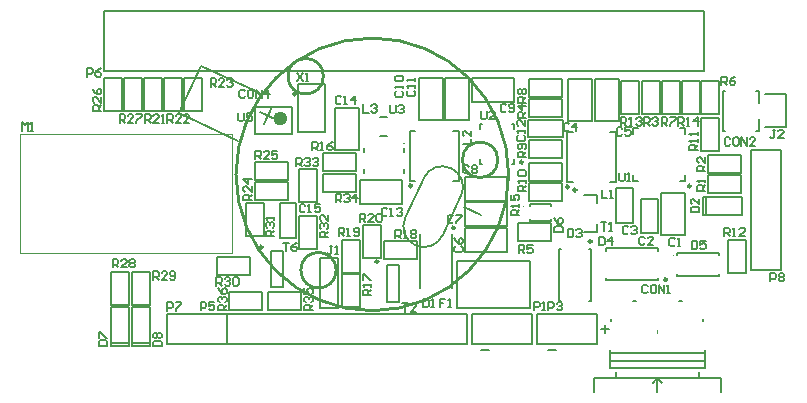
<source format=gto>
G04 Layer_Color=65535*
%FSAX25Y25*%
%MOIN*%
G70*
G01*
G75*
%ADD45C,0.00800*%
%ADD46C,0.02362*%
%ADD49C,0.01000*%
%ADD63C,0.00984*%
%ADD64C,0.00394*%
%ADD65C,0.00500*%
%ADD66C,0.00787*%
%ADD67C,0.00315*%
%ADD68C,0.00591*%
%ADD69C,0.00781*%
D45*
X0168147Y0204748D02*
X0187772Y0195597D01*
X0160726Y0188834D02*
X0168147Y0204748D01*
X0160726Y0188834D02*
X0180351Y0179683D01*
D46*
X0195590Y0187138D02*
G03*
X0195590Y0187138I-0001181J0000000D01*
G01*
D49*
X0208794Y0201232D02*
G03*
X0208794Y0201232I-0005906J0000000D01*
G01*
X0266932Y0173362D02*
G03*
X0266932Y0173362I-0005906J0000000D01*
G01*
X0213071Y0136576D02*
G03*
X0213071Y0136576I-0005906J0000000D01*
G01*
X0270541Y0168506D02*
G03*
X0270541Y0168506I-0045446J0000000D01*
G01*
D63*
X0188504Y0144224D02*
G03*
X0188504Y0144224I-0000492J0000000D01*
G01*
X0227087Y0139500D02*
G03*
X0227087Y0139500I-0000492J0000000D01*
G01*
X0252527Y0150721D02*
G03*
X0252527Y0150721I-0000440J0000000D01*
G01*
X0199724Y0195405D02*
G03*
X0199724Y0195405I-0000492J0000000D01*
G01*
X0238280Y0164736D02*
G03*
X0238280Y0164736I-0000492J0000000D01*
G01*
X0275315Y0172571D02*
G03*
X0275315Y0172571I-0000492J0000000D01*
G01*
X0298248Y0146193D02*
G03*
X0298248Y0146193I-0000492J0000000D01*
G01*
X0323248Y0133398D02*
G03*
X0323248Y0133398I-0000492J0000000D01*
G01*
X0331319Y0164598D02*
G03*
X0331319Y0164598I-0000492J0000000D01*
G01*
X0290642Y0164342D02*
G03*
X0290642Y0164342I-0000492J0000000D01*
G01*
X0293130Y0163319D02*
G03*
X0293130Y0163319I-0000492J0000000D01*
G01*
D64*
X0235748Y0178870D02*
G03*
X0235748Y0178870I-0000197J0000000D01*
G01*
X0275512Y0157905D02*
G03*
X0275512Y0157905I-0000197J0000000D01*
G01*
X0325512Y0141567D02*
G03*
X0325512Y0141567I-0000197J0000000D01*
G01*
X0107598Y0142453D02*
Y0162138D01*
Y0181823D01*
X0178464D01*
Y0142453D02*
Y0181823D01*
X0107598Y0142453D02*
X0178464D01*
D65*
X0254703Y0161433D02*
G03*
X0242214Y0167256I-0006244J0002912D01*
G01*
X0236058Y0154054D02*
G03*
X0248547Y0148230I0006244J-0002912D01*
G01*
X0236058Y0154054D02*
X0242589Y0168059D01*
X0248547Y0148230D02*
X0255036Y0162146D01*
D66*
X0191457Y0143043D02*
X0195394D01*
X0191457Y0130839D02*
X0195394D01*
X0191457D02*
Y0143043D01*
X0195394Y0130839D02*
Y0143043D01*
X0188295Y0123311D02*
Y0129311D01*
X0177295Y0123311D02*
X0188295D01*
X0177295D02*
Y0129311D01*
X0188295D01*
X0190484Y0123311D02*
Y0129311D01*
X0201484D01*
Y0123311D02*
Y0129311D01*
X0190484Y0123311D02*
X0201484D01*
X0199718Y0147333D02*
Y0158833D01*
X0194219Y0147333D02*
X0199718D01*
X0194219D02*
Y0158833D01*
X0199718D01*
X0135599Y0203095D02*
X0335598D01*
X0135599Y0223095D02*
X0335598D01*
X0135599Y0203095D02*
Y0223095D01*
X0335598Y0203095D02*
Y0223095D01*
X0162472Y0189709D02*
X0168473D01*
X0162472D02*
Y0200709D01*
X0168473D01*
Y0189709D02*
Y0200709D01*
X0155780Y0189709D02*
X0161779D01*
X0155780D02*
Y0200709D01*
X0161779D01*
Y0189709D02*
Y0200709D01*
X0149087Y0189709D02*
X0155087D01*
X0149087D02*
Y0200709D01*
X0155087D01*
Y0189709D02*
Y0200709D01*
X0142394D02*
X0148394D01*
Y0189709D02*
Y0200709D01*
X0142394Y0189709D02*
X0148394D01*
X0142394D02*
Y0200709D01*
X0135701D02*
X0141701D01*
Y0189709D02*
Y0200709D01*
X0135701Y0189709D02*
X0141701D01*
X0135701D02*
Y0200709D01*
X0200661Y0154646D02*
X0206661D01*
Y0143646D02*
Y0154646D01*
X0200661Y0143646D02*
X0206661D01*
X0200661D02*
Y0154646D01*
Y0170394D02*
X0206661D01*
Y0159394D02*
Y0170394D01*
X0200661Y0159394D02*
X0206661D01*
X0200661D02*
Y0170394D01*
X0156678Y0121862D02*
X0176678D01*
X0156678Y0111862D02*
Y0121862D01*
Y0111862D02*
X0176678D01*
Y0121862D01*
X0143866Y0111240D02*
Y0124240D01*
X0137866D02*
X0143866D01*
X0137866Y0111240D02*
Y0124240D01*
Y0112240D02*
X0143866D01*
X0137866Y0111240D02*
X0143866D01*
X0151150D02*
Y0124240D01*
X0145150Y0124240D02*
X0151150Y0124240D01*
X0145150Y0124240D02*
X0145150Y0111240D01*
X0145150Y0112240D02*
X0151150D01*
X0145150Y0111240D02*
X0151150D01*
X0137876Y0136059D02*
X0143876D01*
Y0125059D02*
Y0136059D01*
X0137876Y0125059D02*
X0143876D01*
X0137876D02*
X0137876Y0136059D01*
X0145159D02*
X0151159D01*
Y0125059D02*
Y0136059D01*
X0145159Y0125059D02*
X0151159D01*
X0145159D02*
Y0136059D01*
X0176693Y0111862D02*
Y0121862D01*
X0256693D01*
Y0111862D02*
Y0121862D01*
X0176693Y0111862D02*
X0256693D01*
X0288295Y0187484D02*
Y0193484D01*
X0277295Y0187484D02*
X0288295D01*
X0277295D02*
Y0193484D01*
X0288295D01*
Y0194177D02*
Y0200177D01*
X0277295Y0194177D02*
X0288295D01*
X0277295D02*
Y0200177D01*
X0288295D01*
X0277045Y0181041D02*
Y0186541D01*
Y0181041D02*
X0288545D01*
Y0186541D01*
X0277045D02*
X0288545D01*
X0253268Y0139697D02*
X0277677D01*
X0253268Y0123949D02*
Y0139697D01*
Y0123949D02*
X0277677D01*
Y0139697D01*
X0221921Y0140496D02*
X0227921D01*
X0221921D02*
Y0151496D01*
X0227921D01*
Y0140496D02*
Y0151496D01*
X0228870Y0140240D02*
Y0146240D01*
X0239870D01*
Y0140240D02*
Y0146240D01*
X0228870Y0140240D02*
X0239870D01*
X0214835Y0135158D02*
X0220835D01*
Y0124158D02*
Y0135158D01*
X0214835Y0124158D02*
X0220835D01*
X0214835D02*
Y0135158D01*
X0233976Y0126114D02*
Y0138319D01*
X0230039Y0126114D02*
Y0138319D01*
Y0126114D02*
X0233976D01*
X0230039Y0138319D02*
X0233976D01*
X0219791Y0162681D02*
Y0168681D01*
X0208791Y0162681D02*
X0219791D01*
X0208791D02*
Y0168681D01*
X0219791Y0168681D01*
X0214835Y0146772D02*
X0220835D01*
Y0135772D02*
Y0146772D01*
X0214835Y0135772D02*
X0220835D01*
X0214835D02*
Y0146772D01*
X0251693Y0130642D02*
Y0148752D01*
X0241063Y0130642D02*
Y0148752D01*
X0221071Y0158531D02*
Y0166532D01*
X0235071D01*
Y0158531D02*
Y0166532D01*
X0221071Y0158531D02*
X0235071D01*
X0227677Y0187689D02*
X0230039D01*
X0227677Y0181468D02*
X0230039D01*
X0235551Y0175898D02*
X0235551Y0177295D01*
X0235551Y0169027D02*
X0235551Y0170425D01*
X0222165Y0175898D02*
Y0177295D01*
Y0169028D02*
Y0170425D01*
X0207748Y0140669D02*
X0213748D01*
X0213748Y0124169D01*
X0207748Y0129669D02*
Y0140669D01*
Y0123949D02*
X0213748D01*
X0207748D02*
Y0129669D01*
X0213748Y0123949D02*
Y0125130D01*
X0318524Y0099047D02*
X0320098Y0100622D01*
X0321673Y0099047D01*
X0320098Y0095898D02*
Y0100622D01*
X0306319D02*
Y0102591D01*
X0333878Y0100622D02*
Y0102591D01*
X0311831Y0126409D02*
X0313012D01*
X0335453Y0119520D02*
Y0120307D01*
X0304350Y0106331D02*
X0335846D01*
X0304350Y0109087D02*
X0335846D01*
Y0103969D02*
Y0110071D01*
X0304350Y0103969D02*
Y0110071D01*
Y0103969D02*
X0335846D01*
X0304744Y0119520D02*
Y0120307D01*
X0327185Y0126409D02*
X0328366D01*
X0298839Y0095898D02*
Y0100622D01*
X0341358D01*
Y0095898D02*
Y0100622D01*
X0185957Y0166618D02*
Y0172618D01*
X0196957D01*
Y0166618D02*
Y0172618D01*
X0185957Y0166618D02*
X0196957D01*
X0185957Y0165925D02*
X0185957Y0159925D01*
X0185957Y0165925D02*
X0196957D01*
Y0159925D02*
Y0165925D01*
X0185957Y0159925D02*
X0196957Y0159925D01*
X0209173Y0182484D02*
X0209173Y0198484D01*
X0200342D02*
X0209173D01*
X0200342Y0182484D02*
Y0198484D01*
Y0182484D02*
X0209173Y0182484D01*
X0186142Y0182020D02*
X0186142Y0191075D01*
X0198346Y0182020D02*
X0198346Y0191075D01*
X0186142Y0182020D02*
X0198346D01*
X0186142Y0191075D02*
X0198346D01*
X0208791Y0169768D02*
Y0175768D01*
X0219791D01*
Y0169768D02*
Y0175768D01*
X0208791Y0169768D02*
X0219791Y0169768D01*
X0212653Y0176791D02*
X0220654D01*
X0212653D02*
X0212654Y0190791D01*
X0220654Y0190791D01*
Y0176791D02*
Y0190791D01*
X0258347Y0111862D02*
Y0121862D01*
X0278346D01*
Y0111862D02*
Y0121862D01*
X0258347Y0111862D02*
X0278346D01*
X0300157D02*
Y0121862D01*
X0280157Y0111862D02*
X0300157D01*
X0280157D02*
Y0121862D01*
X0300157D01*
X0273752Y0146146D02*
Y0152146D01*
X0284752D01*
Y0146146D02*
Y0152146D01*
X0273752Y0146146D02*
X0284752D01*
X0270110Y0142783D02*
Y0150784D01*
X0256110Y0142783D02*
X0270110D01*
X0256110D02*
Y0150784D01*
X0270110D01*
Y0151445D02*
Y0159445D01*
X0256110Y0151445D02*
X0270110D01*
X0256110D02*
Y0159445D01*
X0270110D01*
X0270110Y0159713D02*
Y0167713D01*
X0256110Y0159713D02*
X0270110D01*
X0256110D02*
Y0167713D01*
X0270110D01*
X0237520Y0166469D02*
Y0183004D01*
X0254055Y0166469D02*
Y0183004D01*
X0237520Y0166469D02*
X0239488D01*
X0237520Y0183004D02*
X0239488D01*
X0252087Y0166469D02*
X0254055D01*
X0252087Y0183004D02*
X0254055D01*
X0271575Y0185366D02*
X0272264D01*
Y0183693D02*
Y0185366D01*
X0260846D02*
X0261535D01*
X0260846Y0183693D02*
Y0185366D01*
Y0171980D02*
Y0173653D01*
Y0171980D02*
X0261535D01*
X0271575D02*
X0272264D01*
Y0173653D01*
X0288295Y0174098D02*
Y0180098D01*
X0277295Y0174098D02*
X0288295D01*
X0277295D02*
Y0180098D01*
X0288295D01*
Y0166224D02*
Y0172224D01*
X0277295Y0166224D02*
X0288295D01*
X0277295D02*
Y0172224D01*
X0288295D01*
X0284764Y0153083D02*
Y0153772D01*
X0277677Y0153083D02*
Y0153772D01*
X0284764Y0157905D02*
Y0158595D01*
X0277677Y0157905D02*
Y0158595D01*
Y0153083D02*
X0284764D01*
X0277677Y0158595D02*
X0284764D01*
X0297953Y0126311D02*
Y0143634D01*
X0287323Y0126311D02*
Y0143634D01*
X0297165Y0143634D02*
X0297953Y0143634D01*
X0297165Y0126311D02*
X0297953Y0126311D01*
X0287323Y0143634D02*
X0288110Y0143634D01*
X0287323Y0126311D02*
X0288110Y0126311D01*
X0302874Y0133201D02*
X0320197D01*
X0302874Y0143831D02*
X0320197D01*
Y0133201D02*
Y0133988D01*
X0302874Y0133201D02*
Y0133988D01*
X0320197Y0143043D02*
Y0143831D01*
X0302874Y0143043D02*
Y0143831D01*
X0343575Y0146772D02*
X0349575D01*
Y0135772D02*
Y0146772D01*
X0343575Y0135772D02*
X0349575D01*
X0343575D02*
Y0146772D01*
X0340669Y0141665D02*
Y0142453D01*
X0326496D02*
X0340669D01*
X0326496Y0141665D02*
Y0142453D01*
Y0134579D02*
Y0135366D01*
Y0134579D02*
X0340669D01*
Y0135366D01*
X0306423Y0152451D02*
X0311923D01*
Y0163951D01*
X0306423D02*
X0311923D01*
X0306423Y0152451D02*
Y0163951D01*
X0314691Y0148907D02*
X0320191D01*
Y0160407D01*
X0314691D02*
X0320191D01*
X0314691Y0148907D02*
Y0160407D01*
X0321315Y0162445D02*
X0329315D01*
Y0148445D02*
Y0162445D01*
X0321315Y0148445D02*
X0329315D01*
X0321315D02*
Y0162445D01*
X0335244Y0154807D02*
X0348244D01*
Y0160807D01*
X0335244D02*
X0348244D01*
X0336244Y0154807D02*
Y0160807D01*
X0335244Y0154807D02*
Y0160807D01*
X0337138Y0162287D02*
Y0168287D01*
X0348138D01*
Y0162287D02*
Y0168287D01*
X0337138Y0162287D02*
X0348138D01*
Y0168980D02*
Y0174980D01*
X0337138Y0168980D02*
X0348138D01*
X0337138D02*
Y0174980D01*
X0348138D01*
X0334520Y0176323D02*
X0340520D01*
X0334520D02*
Y0187323D01*
X0340520D01*
Y0176323D02*
Y0187323D01*
X0327579Y0183890D02*
X0329350D01*
Y0182118D02*
Y0183890D01*
X0311831D02*
X0313602D01*
X0311831Y0182118D02*
Y0183890D01*
Y0166370D02*
Y0168142D01*
Y0166370D02*
X0313602D01*
X0327579D02*
X0329350D01*
Y0168142D01*
X0351417Y0176508D02*
X0361417D01*
Y0136508D02*
Y0176508D01*
X0351417Y0136508D02*
Y0176508D01*
Y0136508D02*
X0361417D01*
X0363110Y0184185D02*
Y0195209D01*
X0356024Y0195209D02*
X0363110Y0195209D01*
X0356024Y0184185D02*
X0363110D01*
X0354055Y0192453D02*
Y0196390D01*
X0352874Y0196390D02*
X0354055Y0196390D01*
X0352874Y0183004D02*
X0354055D01*
Y0186941D01*
X0341850Y0196390D02*
X0342638D01*
X0341850Y0183004D02*
Y0196390D01*
Y0183004D02*
X0342638D01*
X0334520Y0188528D02*
X0340520D01*
X0334520D02*
Y0199528D01*
X0340520D01*
Y0188528D02*
Y0199528D01*
X0240606Y0186634D02*
X0248606D01*
X0240606D02*
Y0200634D01*
X0248606D01*
Y0186634D02*
Y0200634D01*
X0249268Y0186634D02*
X0257268D01*
X0249268D02*
Y0200634D01*
X0257268D01*
Y0186634D02*
Y0200634D01*
X0272472Y0192783D02*
Y0200783D01*
X0258472Y0192783D02*
X0272472D01*
X0258472D02*
Y0200783D01*
X0272472D01*
X0277295Y0159531D02*
Y0165532D01*
X0288295D01*
Y0159531D02*
Y0165532D01*
X0277295Y0159531D02*
X0288295D01*
X0290213Y0186240D02*
X0298213D01*
X0290213D02*
Y0200240D01*
X0298213D01*
Y0186240D02*
Y0200240D01*
X0299268Y0186240D02*
X0307268D01*
X0299268D02*
Y0200240D01*
X0307268D01*
Y0186240D02*
Y0200240D01*
X0289882Y0166075D02*
Y0182610D01*
X0306417Y0166075D02*
Y0182610D01*
X0289882Y0166075D02*
X0291850D01*
X0289882Y0182610D02*
X0291850D01*
X0304449Y0166075D02*
X0306417D01*
X0304449Y0182610D02*
X0306417D01*
X0295591Y0161547D02*
X0299921D01*
Y0158988D02*
Y0161547D01*
X0295591Y0149343D02*
X0299921D01*
Y0151902D01*
X0308142Y0188528D02*
X0314142D01*
X0308142D02*
Y0199528D01*
X0314142D01*
Y0188528D02*
Y0199528D01*
X0314835Y0188528D02*
X0320835D01*
X0314835D02*
Y0199528D01*
X0320835D01*
Y0188528D02*
Y0199528D01*
X0321528D02*
X0327528D01*
Y0188528D02*
Y0199528D01*
X0321528Y0188528D02*
X0327528D01*
X0321528D02*
Y0199528D01*
X0328221Y0188528D02*
X0334221D01*
X0328221D02*
Y0199528D01*
X0334221D01*
Y0188528D02*
Y0199528D01*
X0184358Y0135122D02*
Y0141122D01*
X0173358Y0135122D02*
X0184358D01*
X0173358D02*
Y0141122D01*
X0184358D01*
X0182878Y0147925D02*
X0188878D01*
X0182878D02*
Y0158925D01*
X0188878D01*
Y0147925D02*
Y0158925D01*
X0286378Y0109957D02*
X0283754D01*
X0303878Y0116957D02*
X0301254D01*
X0302566Y0115645D02*
Y0118269D01*
X0263878Y0109894D02*
X0261254D01*
D67*
X0320098Y0115779D02*
Y0116567D01*
D68*
X0195394Y0145798D02*
X0197230D01*
X0196312D01*
Y0143043D01*
X0199985Y0145798D02*
X0199067Y0145339D01*
X0198149Y0144421D01*
Y0143502D01*
X0198608Y0143043D01*
X0199526D01*
X0199985Y0143502D01*
Y0143962D01*
X0199526Y0144421D01*
X0198149D01*
X0176496Y0123161D02*
X0173741D01*
Y0124539D01*
X0174200Y0124998D01*
X0175119D01*
X0175578Y0124539D01*
Y0123161D01*
Y0124080D02*
X0176496Y0124998D01*
X0174200Y0125916D02*
X0173741Y0126376D01*
Y0127294D01*
X0174200Y0127753D01*
X0174659D01*
X0175119Y0127294D01*
Y0126835D01*
Y0127294D01*
X0175578Y0127753D01*
X0176037D01*
X0176496Y0127294D01*
Y0126376D01*
X0176037Y0125916D01*
X0173741Y0130508D02*
X0174200Y0129590D01*
X0175119Y0128672D01*
X0176037D01*
X0176496Y0129131D01*
Y0130049D01*
X0176037Y0130508D01*
X0175578D01*
X0175119Y0130049D01*
Y0128672D01*
X0205236Y0123161D02*
X0202481D01*
Y0124539D01*
X0202940Y0124998D01*
X0203859D01*
X0204318Y0124539D01*
Y0123161D01*
Y0124080D02*
X0205236Y0124998D01*
X0202940Y0125916D02*
X0202481Y0126376D01*
Y0127294D01*
X0202940Y0127753D01*
X0203399D01*
X0203859Y0127294D01*
Y0126835D01*
Y0127294D01*
X0204318Y0127753D01*
X0204777D01*
X0205236Y0127294D01*
Y0126376D01*
X0204777Y0125916D01*
X0202481Y0130508D02*
Y0128672D01*
X0203859D01*
X0203399Y0129590D01*
Y0130049D01*
X0203859Y0130508D01*
X0204777D01*
X0205236Y0130049D01*
Y0129131D01*
X0204777Y0128672D01*
X0192378Y0147925D02*
X0189623D01*
Y0149303D01*
X0190082Y0149762D01*
X0191000D01*
X0191460Y0149303D01*
Y0147925D01*
Y0148844D02*
X0192378Y0149762D01*
X0190082Y0150680D02*
X0189623Y0151139D01*
Y0152058D01*
X0190082Y0152517D01*
X0190541D01*
X0191000Y0152058D01*
Y0151599D01*
Y0152058D01*
X0191460Y0152517D01*
X0191919D01*
X0192378Y0152058D01*
Y0151139D01*
X0191919Y0150680D01*
X0192378Y0153435D02*
Y0154354D01*
Y0153894D01*
X0189623D01*
X0190082Y0153435D01*
X0173150Y0131429D02*
Y0134184D01*
X0174527D01*
X0174986Y0133725D01*
Y0132807D01*
X0174527Y0132348D01*
X0173150D01*
X0174068D02*
X0174986Y0131429D01*
X0175905Y0133725D02*
X0176364Y0134184D01*
X0177282D01*
X0177741Y0133725D01*
Y0133266D01*
X0177282Y0132807D01*
X0176823D01*
X0177282D01*
X0177741Y0132348D01*
Y0131888D01*
X0177282Y0131429D01*
X0176364D01*
X0175905Y0131888D01*
X0178660Y0133725D02*
X0179119Y0134184D01*
X0180037D01*
X0180496Y0133725D01*
Y0131888D01*
X0180037Y0131429D01*
X0179119D01*
X0178660Y0131888D01*
Y0133725D01*
X0202742Y0158134D02*
X0202283Y0158594D01*
X0201365D01*
X0200905Y0158134D01*
Y0156298D01*
X0201365Y0155839D01*
X0202283D01*
X0202742Y0156298D01*
X0203660Y0155839D02*
X0204579D01*
X0204120D01*
Y0158594D01*
X0203660Y0158134D01*
X0207793Y0158594D02*
X0205956D01*
Y0157216D01*
X0206875Y0157675D01*
X0207334D01*
X0207793Y0157216D01*
Y0156298D01*
X0207334Y0155839D01*
X0206416D01*
X0205956Y0156298D01*
X0130039Y0201114D02*
Y0203869D01*
X0131417D01*
X0131876Y0203410D01*
Y0202492D01*
X0131417Y0202032D01*
X0130039D01*
X0134631Y0203869D02*
X0133713Y0203410D01*
X0132794Y0202492D01*
Y0201573D01*
X0133254Y0201114D01*
X0134172D01*
X0134631Y0201573D01*
Y0202032D01*
X0134172Y0202492D01*
X0132794D01*
X0108386Y0183102D02*
Y0185857D01*
X0109304Y0184939D01*
X0110222Y0185857D01*
Y0183102D01*
X0111141D02*
X0112059D01*
X0111600D01*
Y0185857D01*
X0111141Y0185398D01*
X0200118Y0202294D02*
X0201955Y0199539D01*
Y0202294D02*
X0200118Y0199539D01*
X0202873D02*
X0203791D01*
X0203332D01*
Y0202294D01*
X0202873Y0201835D01*
X0180433Y0188909D02*
Y0186613D01*
X0180892Y0186153D01*
X0181811D01*
X0182270Y0186613D01*
Y0188909D01*
X0185025D02*
X0183188D01*
Y0187531D01*
X0184106Y0187990D01*
X0184566D01*
X0185025Y0187531D01*
Y0186613D01*
X0184566Y0186153D01*
X0183647D01*
X0183188Y0186613D01*
X0231024Y0191665D02*
Y0189369D01*
X0231483Y0188909D01*
X0232401D01*
X0232860Y0189369D01*
Y0191665D01*
X0233779Y0191205D02*
X0234238Y0191665D01*
X0235156D01*
X0235615Y0191205D01*
Y0190746D01*
X0235156Y0190287D01*
X0234697D01*
X0235156D01*
X0235615Y0189828D01*
Y0189369D01*
X0235156Y0188909D01*
X0234238D01*
X0233779Y0189369D01*
X0261339Y0189696D02*
Y0187400D01*
X0261798Y0186941D01*
X0262716D01*
X0263175Y0187400D01*
Y0189696D01*
X0265930Y0186941D02*
X0264094D01*
X0265930Y0188778D01*
Y0189237D01*
X0265471Y0189696D01*
X0264553D01*
X0264094Y0189237D01*
X0307402Y0169027D02*
Y0166731D01*
X0307861Y0166272D01*
X0308779D01*
X0309238Y0166731D01*
Y0169027D01*
X0310157Y0166272D02*
X0311075D01*
X0310616D01*
Y0169027D01*
X0310157Y0168568D01*
X0235157Y0125523D02*
X0236994D01*
X0236076D01*
Y0122768D01*
X0239749D02*
X0237913D01*
X0239749Y0124604D01*
Y0125064D01*
X0239290Y0125523D01*
X0238372D01*
X0237913Y0125064D01*
X0301299Y0152491D02*
X0303136D01*
X0302218D01*
Y0149736D01*
X0304054D02*
X0304973D01*
X0304513D01*
Y0152491D01*
X0304054Y0152032D01*
X0212913Y0159185D02*
Y0161940D01*
X0214291D01*
X0214750Y0161481D01*
Y0160563D01*
X0214291Y0160103D01*
X0212913D01*
X0213832D02*
X0214750Y0159185D01*
X0215668Y0161481D02*
X0216128Y0161940D01*
X0217046D01*
X0217505Y0161481D01*
Y0161022D01*
X0217046Y0160563D01*
X0216587D01*
X0217046D01*
X0217505Y0160103D01*
Y0159644D01*
X0217046Y0159185D01*
X0216128D01*
X0215668Y0159644D01*
X0219801Y0159185D02*
Y0161940D01*
X0218423Y0160563D01*
X0220260D01*
X0199724Y0171193D02*
Y0173948D01*
X0201102D01*
X0201561Y0173489D01*
Y0172570D01*
X0201102Y0172111D01*
X0199724D01*
X0200643D02*
X0201561Y0171193D01*
X0202479Y0173489D02*
X0202939Y0173948D01*
X0203857D01*
X0204316Y0173489D01*
Y0173030D01*
X0203857Y0172570D01*
X0203398D01*
X0203857D01*
X0204316Y0172111D01*
Y0171652D01*
X0203857Y0171193D01*
X0202939D01*
X0202479Y0171652D01*
X0205235Y0173489D02*
X0205694Y0173948D01*
X0206612D01*
X0207071Y0173489D01*
Y0173030D01*
X0206612Y0172570D01*
X0206153D01*
X0206612D01*
X0207071Y0172111D01*
Y0171652D01*
X0206612Y0171193D01*
X0205694D01*
X0205235Y0171652D01*
X0210354Y0147571D02*
X0207599D01*
Y0148948D01*
X0208059Y0149407D01*
X0208977D01*
X0209436Y0148948D01*
Y0147571D01*
Y0148489D02*
X0210354Y0149407D01*
X0208059Y0150326D02*
X0207599Y0150785D01*
Y0151703D01*
X0208059Y0152163D01*
X0208518D01*
X0208977Y0151703D01*
Y0151244D01*
Y0151703D01*
X0209436Y0152163D01*
X0209895D01*
X0210354Y0151703D01*
Y0150785D01*
X0209895Y0150326D01*
X0210354Y0154918D02*
Y0153081D01*
X0208518Y0154918D01*
X0208059D01*
X0207599Y0154458D01*
Y0153540D01*
X0208059Y0153081D01*
X0152087Y0133398D02*
Y0136153D01*
X0153464D01*
X0153923Y0135694D01*
Y0134775D01*
X0153464Y0134316D01*
X0152087D01*
X0153005D02*
X0153923Y0133398D01*
X0156678D02*
X0154842D01*
X0156678Y0135234D01*
Y0135694D01*
X0156219Y0136153D01*
X0155301D01*
X0154842Y0135694D01*
X0157597Y0133857D02*
X0158056Y0133398D01*
X0158974D01*
X0159433Y0133857D01*
Y0135694D01*
X0158974Y0136153D01*
X0158056D01*
X0157597Y0135694D01*
Y0135234D01*
X0158056Y0134775D01*
X0159433D01*
X0138633Y0137491D02*
Y0140246D01*
X0140011D01*
X0140470Y0139786D01*
Y0138868D01*
X0140011Y0138409D01*
X0138633D01*
X0139551D02*
X0140470Y0137491D01*
X0143225D02*
X0141388D01*
X0143225Y0139327D01*
Y0139786D01*
X0142766Y0140246D01*
X0141847D01*
X0141388Y0139786D01*
X0144143D02*
X0144602Y0140246D01*
X0145521D01*
X0145980Y0139786D01*
Y0139327D01*
X0145521Y0138868D01*
X0145980Y0138409D01*
Y0137950D01*
X0145521Y0137491D01*
X0144602D01*
X0144143Y0137950D01*
Y0138409D01*
X0144602Y0138868D01*
X0144143Y0139327D01*
Y0139786D01*
X0144602Y0138868D02*
X0145521D01*
X0140866Y0185760D02*
Y0188515D01*
X0142244D01*
X0142703Y0188056D01*
Y0187137D01*
X0142244Y0186678D01*
X0140866D01*
X0141785D02*
X0142703Y0185760D01*
X0145458D02*
X0143621D01*
X0145458Y0187596D01*
Y0188056D01*
X0144999Y0188515D01*
X0144080D01*
X0143621Y0188056D01*
X0146376Y0188515D02*
X0148213D01*
Y0188056D01*
X0146376Y0186219D01*
Y0185760D01*
X0134764Y0189697D02*
X0132009D01*
Y0191074D01*
X0132468Y0191534D01*
X0133386D01*
X0133845Y0191074D01*
Y0189697D01*
Y0190615D02*
X0134764Y0191534D01*
Y0194289D02*
Y0192452D01*
X0132927Y0194289D01*
X0132468D01*
X0132009Y0193829D01*
Y0192911D01*
X0132468Y0192452D01*
X0132009Y0197044D02*
X0132468Y0196125D01*
X0133386Y0195207D01*
X0134305D01*
X0134764Y0195666D01*
Y0196584D01*
X0134305Y0197044D01*
X0133845D01*
X0133386Y0196584D01*
Y0195207D01*
X0186142Y0173555D02*
Y0176310D01*
X0187519D01*
X0187978Y0175851D01*
Y0174933D01*
X0187519Y0174474D01*
X0186142D01*
X0187060D02*
X0187978Y0173555D01*
X0190733D02*
X0188897D01*
X0190733Y0175392D01*
Y0175851D01*
X0190274Y0176310D01*
X0189356D01*
X0188897Y0175851D01*
X0193489Y0176310D02*
X0191652D01*
Y0174933D01*
X0192570Y0175392D01*
X0193029D01*
X0193489Y0174933D01*
Y0174014D01*
X0193029Y0173555D01*
X0192111D01*
X0191652Y0174014D01*
X0184878Y0159925D02*
X0182123D01*
Y0161303D01*
X0182582Y0161762D01*
X0183501D01*
X0183960Y0161303D01*
Y0159925D01*
Y0160844D02*
X0184878Y0161762D01*
Y0164517D02*
Y0162680D01*
X0183041Y0164517D01*
X0182582D01*
X0182123Y0164058D01*
Y0163139D01*
X0182582Y0162680D01*
X0184878Y0166813D02*
X0182123D01*
X0183501Y0165435D01*
Y0167272D01*
X0171181Y0197768D02*
Y0200523D01*
X0172559D01*
X0173018Y0200064D01*
Y0199145D01*
X0172559Y0198686D01*
X0171181D01*
X0172099D02*
X0173018Y0197768D01*
X0175773D02*
X0173936D01*
X0175773Y0199604D01*
Y0200064D01*
X0175314Y0200523D01*
X0174395D01*
X0173936Y0200064D01*
X0176691D02*
X0177150Y0200523D01*
X0178069D01*
X0178528Y0200064D01*
Y0199604D01*
X0178069Y0199145D01*
X0177610D01*
X0178069D01*
X0178528Y0198686D01*
Y0198227D01*
X0178069Y0197768D01*
X0177150D01*
X0176691Y0198227D01*
X0156811Y0185760D02*
Y0188515D01*
X0158188D01*
X0158648Y0188056D01*
Y0187137D01*
X0158188Y0186678D01*
X0156811D01*
X0157729D02*
X0158648Y0185760D01*
X0161403D02*
X0159566D01*
X0161403Y0187596D01*
Y0188056D01*
X0160944Y0188515D01*
X0160025D01*
X0159566Y0188056D01*
X0164158Y0185760D02*
X0162321D01*
X0164158Y0187596D01*
Y0188056D01*
X0163699Y0188515D01*
X0162780D01*
X0162321Y0188056D01*
X0149331Y0185760D02*
Y0188515D01*
X0150708D01*
X0151167Y0188056D01*
Y0187137D01*
X0150708Y0186678D01*
X0149331D01*
X0150249D02*
X0151167Y0185760D01*
X0153922D02*
X0152086D01*
X0153922Y0187596D01*
Y0188056D01*
X0153463Y0188515D01*
X0152545D01*
X0152086Y0188056D01*
X0154841Y0185760D02*
X0155759D01*
X0155300D01*
Y0188515D01*
X0154841Y0188056D01*
X0220984Y0152689D02*
Y0155444D01*
X0222362D01*
X0222821Y0154985D01*
Y0154067D01*
X0222362Y0153607D01*
X0220984D01*
X0221903D02*
X0222821Y0152689D01*
X0225576D02*
X0223739D01*
X0225576Y0154526D01*
Y0154985D01*
X0225117Y0155444D01*
X0224199D01*
X0223739Y0154985D01*
X0226494D02*
X0226954Y0155444D01*
X0227872D01*
X0228331Y0154985D01*
Y0153148D01*
X0227872Y0152689D01*
X0226954D01*
X0226494Y0153148D01*
Y0154985D01*
X0213898Y0147965D02*
Y0150720D01*
X0215275D01*
X0215734Y0150260D01*
Y0149342D01*
X0215275Y0148883D01*
X0213898D01*
X0214816D02*
X0215734Y0147965D01*
X0216653D02*
X0217571D01*
X0217112D01*
Y0150720D01*
X0216653Y0150260D01*
X0218949Y0148424D02*
X0219408Y0147965D01*
X0220326D01*
X0220785Y0148424D01*
Y0150260D01*
X0220326Y0150720D01*
X0219408D01*
X0218949Y0150260D01*
Y0149801D01*
X0219408Y0149342D01*
X0220785D01*
X0232795Y0147177D02*
Y0149932D01*
X0234173D01*
X0234632Y0149473D01*
Y0148555D01*
X0234173Y0148096D01*
X0232795D01*
X0233714D02*
X0234632Y0147177D01*
X0235550D02*
X0236469D01*
X0236010D01*
Y0149932D01*
X0235550Y0149473D01*
X0237846D02*
X0238305Y0149932D01*
X0239224D01*
X0239683Y0149473D01*
Y0149014D01*
X0239224Y0148555D01*
X0239683Y0148096D01*
Y0147636D01*
X0239224Y0147177D01*
X0238305D01*
X0237846Y0147636D01*
Y0148096D01*
X0238305Y0148555D01*
X0237846Y0149014D01*
Y0149473D01*
X0238305Y0148555D02*
X0239224D01*
X0224724Y0128279D02*
X0221969D01*
Y0129657D01*
X0222429Y0130116D01*
X0223347D01*
X0223806Y0129657D01*
Y0128279D01*
Y0129198D02*
X0224724Y0130116D01*
Y0131035D02*
Y0131953D01*
Y0131494D01*
X0221969D01*
X0222429Y0131035D01*
X0221969Y0133330D02*
Y0135167D01*
X0222429D01*
X0224265Y0133330D01*
X0224724D01*
X0205039Y0176508D02*
Y0179263D01*
X0206417D01*
X0206876Y0178804D01*
Y0177885D01*
X0206417Y0177426D01*
X0205039D01*
X0205958D02*
X0206876Y0176508D01*
X0207794D02*
X0208713D01*
X0208254D01*
Y0179263D01*
X0207794Y0178804D01*
X0211927Y0179263D02*
X0211009Y0178804D01*
X0210090Y0177885D01*
Y0176967D01*
X0210549Y0176508D01*
X0211468D01*
X0211927Y0176967D01*
Y0177426D01*
X0211468Y0177885D01*
X0210090D01*
X0327087Y0184776D02*
Y0187531D01*
X0328464D01*
X0328923Y0187071D01*
Y0186153D01*
X0328464Y0185694D01*
X0327087D01*
X0328005D02*
X0328923Y0184776D01*
X0329842D02*
X0330760D01*
X0330301D01*
Y0187531D01*
X0329842Y0187071D01*
X0333515Y0184776D02*
Y0187531D01*
X0332137Y0186153D01*
X0333974D01*
X0307992Y0184776D02*
Y0187531D01*
X0309370D01*
X0309829Y0187071D01*
Y0186153D01*
X0309370Y0185694D01*
X0307992D01*
X0308910D02*
X0309829Y0184776D01*
X0310747D02*
X0311666D01*
X0311206D01*
Y0187531D01*
X0310747Y0187071D01*
X0313043D02*
X0313502Y0187531D01*
X0314421D01*
X0314880Y0187071D01*
Y0186612D01*
X0314421Y0186153D01*
X0313961D01*
X0314421D01*
X0314880Y0185694D01*
Y0185235D01*
X0314421Y0184776D01*
X0313502D01*
X0313043Y0185235D01*
X0342441Y0147965D02*
Y0150720D01*
X0343818D01*
X0344278Y0150260D01*
Y0149342D01*
X0343818Y0148883D01*
X0342441D01*
X0343359D02*
X0344278Y0147965D01*
X0345196D02*
X0346114D01*
X0345655D01*
Y0150720D01*
X0345196Y0150260D01*
X0349328Y0147965D02*
X0347492D01*
X0349328Y0149801D01*
Y0150260D01*
X0348869Y0150720D01*
X0347951D01*
X0347492Y0150260D01*
X0333583Y0176508D02*
X0330828D01*
Y0177885D01*
X0331287Y0178345D01*
X0332205D01*
X0332664Y0177885D01*
Y0176508D01*
Y0177426D02*
X0333583Y0178345D01*
Y0179263D02*
Y0180181D01*
Y0179722D01*
X0330828D01*
X0331287Y0179263D01*
X0333583Y0181559D02*
Y0182477D01*
Y0182018D01*
X0330828D01*
X0331287Y0181559D01*
X0276299Y0162925D02*
X0273544D01*
Y0164303D01*
X0274003Y0164762D01*
X0274922D01*
X0275381Y0164303D01*
Y0162925D01*
Y0163844D02*
X0276299Y0164762D01*
Y0165680D02*
Y0166599D01*
Y0166139D01*
X0273544D01*
X0274003Y0165680D01*
Y0167976D02*
X0273544Y0168435D01*
Y0169354D01*
X0274003Y0169813D01*
X0275840D01*
X0276299Y0169354D01*
Y0168435D01*
X0275840Y0167976D01*
X0274003D01*
X0276299Y0174146D02*
X0273544D01*
Y0175523D01*
X0274003Y0175982D01*
X0274922D01*
X0275381Y0175523D01*
Y0174146D01*
Y0175064D02*
X0276299Y0175982D01*
X0275840Y0176901D02*
X0276299Y0177360D01*
Y0178278D01*
X0275840Y0178737D01*
X0274003D01*
X0273544Y0178278D01*
Y0177360D01*
X0274003Y0176901D01*
X0274463D01*
X0274922Y0177360D01*
Y0178737D01*
X0276299Y0192453D02*
X0273544D01*
Y0193830D01*
X0274003Y0194289D01*
X0274922D01*
X0275381Y0193830D01*
Y0192453D01*
Y0193371D02*
X0276299Y0194289D01*
X0274003Y0195208D02*
X0273544Y0195667D01*
Y0196585D01*
X0274003Y0197045D01*
X0274463D01*
X0274922Y0196585D01*
X0275381Y0197045D01*
X0275840D01*
X0276299Y0196585D01*
Y0195667D01*
X0275840Y0195208D01*
X0275381D01*
X0274922Y0195667D01*
X0274463Y0195208D01*
X0274003D01*
X0274922Y0195667D02*
Y0196585D01*
X0321575Y0184776D02*
Y0187531D01*
X0322952D01*
X0323411Y0187071D01*
Y0186153D01*
X0322952Y0185694D01*
X0321575D01*
X0322493D02*
X0323411Y0184776D01*
X0324330Y0187531D02*
X0326167D01*
Y0187071D01*
X0324330Y0185235D01*
Y0184776D01*
X0341457Y0198358D02*
Y0201113D01*
X0342834D01*
X0343293Y0200654D01*
Y0199736D01*
X0342834Y0199277D01*
X0341457D01*
X0342375D02*
X0343293Y0198358D01*
X0346048Y0201113D02*
X0345130Y0200654D01*
X0344212Y0199736D01*
Y0198817D01*
X0344671Y0198358D01*
X0345589D01*
X0346048Y0198817D01*
Y0199277D01*
X0345589Y0199736D01*
X0344212D01*
X0273937Y0142256D02*
Y0145011D01*
X0275314D01*
X0275774Y0144552D01*
Y0143633D01*
X0275314Y0143174D01*
X0273937D01*
X0274855D02*
X0275774Y0142256D01*
X0278529Y0145011D02*
X0276692D01*
Y0143633D01*
X0277610Y0144093D01*
X0278069D01*
X0278529Y0143633D01*
Y0142715D01*
X0278069Y0142256D01*
X0277151D01*
X0276692Y0142715D01*
X0276299Y0187335D02*
X0273544D01*
Y0188712D01*
X0274003Y0189171D01*
X0274922D01*
X0275381Y0188712D01*
Y0187335D01*
Y0188253D02*
X0276299Y0189171D01*
Y0191467D02*
X0273544D01*
X0274922Y0190090D01*
Y0191926D01*
X0315669Y0184776D02*
Y0187531D01*
X0317047D01*
X0317506Y0187071D01*
Y0186153D01*
X0317047Y0185694D01*
X0315669D01*
X0316588D02*
X0317506Y0184776D01*
X0318424Y0187071D02*
X0318883Y0187531D01*
X0319802D01*
X0320261Y0187071D01*
Y0186612D01*
X0319802Y0186153D01*
X0319343D01*
X0319802D01*
X0320261Y0185694D01*
Y0185235D01*
X0319802Y0184776D01*
X0318883D01*
X0318424Y0185235D01*
X0336142Y0169618D02*
X0333387D01*
Y0170996D01*
X0333846Y0171455D01*
X0334764D01*
X0335223Y0170996D01*
Y0169618D01*
Y0170536D02*
X0336142Y0171455D01*
Y0174210D02*
Y0172373D01*
X0334305Y0174210D01*
X0333846D01*
X0333387Y0173751D01*
Y0172832D01*
X0333846Y0172373D01*
X0336142Y0163122D02*
X0333387D01*
Y0164500D01*
X0333846Y0164959D01*
X0334764D01*
X0335223Y0164500D01*
Y0163122D01*
Y0164040D02*
X0336142Y0164959D01*
Y0165877D02*
Y0166795D01*
Y0166336D01*
X0333387D01*
X0333846Y0165877D01*
X0357795Y0132807D02*
Y0135562D01*
X0359173D01*
X0359632Y0135103D01*
Y0134185D01*
X0359173Y0133725D01*
X0357795D01*
X0360550Y0135103D02*
X0361010Y0135562D01*
X0361928D01*
X0362387Y0135103D01*
Y0134644D01*
X0361928Y0134185D01*
X0362387Y0133725D01*
Y0133266D01*
X0361928Y0132807D01*
X0361010D01*
X0360550Y0133266D01*
Y0133725D01*
X0361010Y0134185D01*
X0360550Y0134644D01*
Y0135103D01*
X0361010Y0134185D02*
X0361928D01*
X0156757Y0123063D02*
Y0125818D01*
X0158134D01*
X0158593Y0125359D01*
Y0124441D01*
X0158134Y0123981D01*
X0156757D01*
X0159512Y0125818D02*
X0161348D01*
Y0125359D01*
X0159512Y0123522D01*
Y0123063D01*
X0167835Y0123161D02*
Y0125916D01*
X0169212D01*
X0169671Y0125457D01*
Y0124539D01*
X0169212Y0124080D01*
X0167835D01*
X0172426Y0125916D02*
X0170590D01*
Y0124539D01*
X0171508Y0124998D01*
X0171967D01*
X0172426Y0124539D01*
Y0123621D01*
X0171967Y0123161D01*
X0171049D01*
X0170590Y0123621D01*
X0283780Y0123161D02*
Y0125916D01*
X0285157D01*
X0285616Y0125457D01*
Y0124539D01*
X0285157Y0124080D01*
X0283780D01*
X0286535Y0125457D02*
X0286994Y0125916D01*
X0287912D01*
X0288371Y0125457D01*
Y0124998D01*
X0287912Y0124539D01*
X0287453D01*
X0287912D01*
X0288371Y0124080D01*
Y0123621D01*
X0287912Y0123161D01*
X0286994D01*
X0286535Y0123621D01*
X0279055Y0123358D02*
Y0126113D01*
X0280433D01*
X0280892Y0125654D01*
Y0124736D01*
X0280433Y0124277D01*
X0279055D01*
X0281810Y0123358D02*
X0282729D01*
X0282269D01*
Y0126113D01*
X0281810Y0125654D01*
X0255237Y0178476D02*
X0257992D01*
Y0180313D01*
Y0183068D02*
Y0181231D01*
X0256155Y0183068D01*
X0255696D01*
X0255237Y0182609D01*
Y0181691D01*
X0255696Y0181231D01*
X0301496Y0163318D02*
Y0160563D01*
X0303333D01*
X0304251D02*
X0305169D01*
X0304710D01*
Y0163318D01*
X0304251Y0162859D01*
X0359435Y0183397D02*
X0358517D01*
X0358976D01*
Y0181101D01*
X0358517Y0180642D01*
X0358058D01*
X0357598Y0181101D01*
X0362190Y0180642D02*
X0360353D01*
X0362190Y0182478D01*
Y0182938D01*
X0361731Y0183397D01*
X0360813D01*
X0360353Y0182938D01*
X0249494Y0126999D02*
X0247657D01*
Y0125622D01*
X0248576D01*
X0247657D01*
Y0124244D01*
X0250413D02*
X0251331D01*
X0250872D01*
Y0126999D01*
X0250413Y0126540D01*
X0152087Y0111153D02*
X0154842D01*
Y0112531D01*
X0154383Y0112990D01*
X0152547D01*
X0152087Y0112531D01*
Y0111153D01*
X0152547Y0113909D02*
X0152087Y0114368D01*
Y0115286D01*
X0152547Y0115745D01*
X0153006D01*
X0153465Y0115286D01*
X0153924Y0115745D01*
X0154383D01*
X0154842Y0115286D01*
Y0114368D01*
X0154383Y0113909D01*
X0153924D01*
X0153465Y0114368D01*
X0153006Y0113909D01*
X0152547D01*
X0153465Y0114368D02*
Y0115286D01*
X0133977Y0111350D02*
X0136732D01*
Y0112728D01*
X0136273Y0113187D01*
X0134436D01*
X0133977Y0112728D01*
Y0111350D01*
Y0114105D02*
Y0115942D01*
X0134436D01*
X0136273Y0114105D01*
X0136732D01*
X0285749Y0149343D02*
X0288504D01*
Y0150720D01*
X0288045Y0151179D01*
X0286208D01*
X0285749Y0150720D01*
Y0149343D01*
Y0153934D02*
X0286208Y0153016D01*
X0287126Y0152097D01*
X0288045D01*
X0288504Y0152557D01*
Y0153475D01*
X0288045Y0153934D01*
X0287586D01*
X0287126Y0153475D01*
Y0152097D01*
X0331614Y0146389D02*
Y0143634D01*
X0332992D01*
X0333451Y0144093D01*
Y0145930D01*
X0332992Y0146389D01*
X0331614D01*
X0336206D02*
X0334369D01*
Y0145011D01*
X0335287Y0145470D01*
X0335747D01*
X0336206Y0145011D01*
Y0144093D01*
X0335747Y0143634D01*
X0334828D01*
X0334369Y0144093D01*
X0300709Y0147570D02*
Y0144815D01*
X0302086D01*
X0302545Y0145274D01*
Y0147111D01*
X0302086Y0147570D01*
X0300709D01*
X0304841Y0144815D02*
Y0147570D01*
X0303464Y0146193D01*
X0305300D01*
X0290276Y0150326D02*
Y0147571D01*
X0291653D01*
X0292112Y0148030D01*
Y0149867D01*
X0291653Y0150326D01*
X0290276D01*
X0293031Y0149867D02*
X0293490Y0150326D01*
X0294408D01*
X0294867Y0149867D01*
Y0149407D01*
X0294408Y0148948D01*
X0293949D01*
X0294408D01*
X0294867Y0148489D01*
Y0148030D01*
X0294408Y0147571D01*
X0293490D01*
X0293031Y0148030D01*
X0331221Y0155839D02*
X0333976D01*
Y0157216D01*
X0333517Y0157675D01*
X0331680D01*
X0331221Y0157216D01*
Y0155839D01*
X0333976Y0160430D02*
Y0158594D01*
X0332140Y0160430D01*
X0331680D01*
X0331221Y0159971D01*
Y0159053D01*
X0331680Y0158594D01*
X0242047Y0126999D02*
Y0124244D01*
X0243425D01*
X0243884Y0124703D01*
Y0126540D01*
X0243425Y0126999D01*
X0242047D01*
X0244802Y0124244D02*
X0245721D01*
X0245261D01*
Y0126999D01*
X0244802Y0126540D01*
X0182664Y0196323D02*
X0182204Y0196783D01*
X0181286D01*
X0180827Y0196323D01*
Y0194487D01*
X0181286Y0194028D01*
X0182204D01*
X0182664Y0194487D01*
X0184959Y0196783D02*
X0184041D01*
X0183582Y0196323D01*
Y0194487D01*
X0184041Y0194028D01*
X0184959D01*
X0185418Y0194487D01*
Y0196323D01*
X0184959Y0196783D01*
X0186337Y0194028D02*
Y0196783D01*
X0188173Y0194028D01*
Y0196783D01*
X0190469Y0194028D02*
Y0196783D01*
X0189092Y0195405D01*
X0190928D01*
X0344475Y0180378D02*
X0344015Y0180838D01*
X0343097D01*
X0342638Y0180378D01*
Y0178542D01*
X0343097Y0178083D01*
X0344015D01*
X0344475Y0178542D01*
X0346770Y0180838D02*
X0345852D01*
X0345393Y0180378D01*
Y0178542D01*
X0345852Y0178083D01*
X0346770D01*
X0347230Y0178542D01*
Y0180378D01*
X0346770Y0180838D01*
X0348148Y0178083D02*
Y0180838D01*
X0349985Y0178083D01*
Y0180838D01*
X0352740Y0178083D02*
X0350903D01*
X0352740Y0179919D01*
Y0180378D01*
X0352280Y0180838D01*
X0351362D01*
X0350903Y0180378D01*
X0316915Y0131166D02*
X0316456Y0131625D01*
X0315538D01*
X0315079Y0131166D01*
Y0129329D01*
X0315538Y0128870D01*
X0316456D01*
X0316915Y0129329D01*
X0319211Y0131625D02*
X0318293D01*
X0317834Y0131166D01*
Y0129329D01*
X0318293Y0128870D01*
X0319211D01*
X0319670Y0129329D01*
Y0131166D01*
X0319211Y0131625D01*
X0320589Y0128870D02*
Y0131625D01*
X0322426Y0128870D01*
Y0131625D01*
X0323344Y0128870D02*
X0324262D01*
X0323803D01*
Y0131625D01*
X0323344Y0131166D01*
X0214750Y0194158D02*
X0214291Y0194617D01*
X0213373D01*
X0212913Y0194158D01*
Y0192321D01*
X0213373Y0191862D01*
X0214291D01*
X0214750Y0192321D01*
X0215668Y0191862D02*
X0216587D01*
X0216128D01*
Y0194617D01*
X0215668Y0194158D01*
X0219342Y0191862D02*
Y0194617D01*
X0217964Y0193240D01*
X0219801D01*
X0230104Y0156953D02*
X0229645Y0157413D01*
X0228727D01*
X0228268Y0156953D01*
Y0155117D01*
X0228727Y0154657D01*
X0229645D01*
X0230104Y0155117D01*
X0231023Y0154657D02*
X0231941D01*
X0231482D01*
Y0157413D01*
X0231023Y0156953D01*
X0233319D02*
X0233778Y0157413D01*
X0234696D01*
X0235155Y0156953D01*
Y0156494D01*
X0234696Y0156035D01*
X0234237D01*
X0234696D01*
X0235155Y0155576D01*
Y0155117D01*
X0234696Y0154657D01*
X0233778D01*
X0233319Y0155117D01*
X0273807Y0181494D02*
X0273347Y0181035D01*
Y0180117D01*
X0273807Y0179657D01*
X0275643D01*
X0276102Y0180117D01*
Y0181035D01*
X0275643Y0181494D01*
X0276102Y0182413D02*
Y0183331D01*
Y0182872D01*
X0273347D01*
X0273807Y0182413D01*
X0276102Y0186545D02*
Y0184708D01*
X0274266Y0186545D01*
X0273807D01*
X0273347Y0186086D01*
Y0185168D01*
X0273807Y0184708D01*
X0236996Y0196455D02*
X0236536Y0195996D01*
Y0195077D01*
X0236996Y0194618D01*
X0238832D01*
X0239291Y0195077D01*
Y0195996D01*
X0238832Y0196455D01*
X0239291Y0197373D02*
Y0198292D01*
Y0197832D01*
X0236536D01*
X0236996Y0197373D01*
X0239291Y0199669D02*
Y0200587D01*
Y0200128D01*
X0236536D01*
X0236996Y0199669D01*
X0233059Y0196258D02*
X0232599Y0195799D01*
Y0194880D01*
X0233059Y0194421D01*
X0234895D01*
X0235354Y0194880D01*
Y0195799D01*
X0234895Y0196258D01*
X0235354Y0197176D02*
Y0198095D01*
Y0197635D01*
X0232599D01*
X0233059Y0197176D01*
Y0199472D02*
X0232599Y0199931D01*
Y0200850D01*
X0233059Y0201309D01*
X0234895D01*
X0235354Y0200850D01*
Y0199931D01*
X0234895Y0199472D01*
X0233059D01*
X0269671Y0191599D02*
X0269212Y0192058D01*
X0268294D01*
X0267835Y0191599D01*
Y0189762D01*
X0268294Y0189303D01*
X0269212D01*
X0269671Y0189762D01*
X0270590D02*
X0271049Y0189303D01*
X0271967D01*
X0272426Y0189762D01*
Y0191599D01*
X0271967Y0192058D01*
X0271049D01*
X0270590Y0191599D01*
Y0191140D01*
X0271049Y0190681D01*
X0272426D01*
X0257270Y0171127D02*
X0256811Y0171586D01*
X0255892D01*
X0255433Y0171127D01*
Y0169290D01*
X0255892Y0168831D01*
X0256811D01*
X0257270Y0169290D01*
X0258188Y0171127D02*
X0258647Y0171586D01*
X0259566D01*
X0260025Y0171127D01*
Y0170667D01*
X0259566Y0170208D01*
X0260025Y0169749D01*
Y0169290D01*
X0259566Y0168831D01*
X0258647D01*
X0258188Y0169290D01*
Y0169749D01*
X0258647Y0170208D01*
X0258188Y0170667D01*
Y0171127D01*
X0258647Y0170208D02*
X0259566D01*
X0252152Y0154591D02*
X0251693Y0155050D01*
X0250774D01*
X0250315Y0154591D01*
Y0152754D01*
X0250774Y0152295D01*
X0251693D01*
X0252152Y0152754D01*
X0253070Y0155050D02*
X0254907D01*
Y0154591D01*
X0253070Y0152754D01*
Y0152295D01*
X0252940Y0144486D02*
X0252481Y0144027D01*
Y0143109D01*
X0252940Y0142650D01*
X0254777D01*
X0255236Y0143109D01*
Y0144027D01*
X0254777Y0144486D01*
X0252481Y0147241D02*
X0252940Y0146323D01*
X0253859Y0145405D01*
X0254777D01*
X0255236Y0145864D01*
Y0146782D01*
X0254777Y0147241D01*
X0254318D01*
X0253859Y0146782D01*
Y0145405D01*
X0308451Y0183725D02*
X0307992Y0184184D01*
X0307073D01*
X0306614Y0183725D01*
Y0181888D01*
X0307073Y0181429D01*
X0307992D01*
X0308451Y0181888D01*
X0311206Y0184184D02*
X0309369D01*
Y0182807D01*
X0310287Y0183266D01*
X0310747D01*
X0311206Y0182807D01*
Y0181888D01*
X0310747Y0181429D01*
X0309828D01*
X0309369Y0181888D01*
X0290734Y0185300D02*
X0290275Y0185759D01*
X0289357D01*
X0288898Y0185300D01*
Y0183463D01*
X0289357Y0183004D01*
X0290275D01*
X0290734Y0183463D01*
X0293030Y0183004D02*
Y0185759D01*
X0291653Y0184381D01*
X0293489D01*
X0310419Y0150851D02*
X0309960Y0151310D01*
X0309042D01*
X0308583Y0150851D01*
Y0149014D01*
X0309042Y0148555D01*
X0309960D01*
X0310419Y0149014D01*
X0311338Y0150851D02*
X0311797Y0151310D01*
X0312715D01*
X0313174Y0150851D01*
Y0150392D01*
X0312715Y0149933D01*
X0312256D01*
X0312715D01*
X0313174Y0149474D01*
Y0149014D01*
X0312715Y0148555D01*
X0311797D01*
X0311338Y0149014D01*
X0315931Y0147308D02*
X0315472Y0147767D01*
X0314554D01*
X0314094Y0147308D01*
Y0145471D01*
X0314554Y0145012D01*
X0315472D01*
X0315931Y0145471D01*
X0318686Y0145012D02*
X0316849D01*
X0318686Y0146848D01*
Y0147308D01*
X0318227Y0147767D01*
X0317309D01*
X0316849Y0147308D01*
X0325971Y0146914D02*
X0325511Y0147373D01*
X0324593D01*
X0324134Y0146914D01*
Y0145077D01*
X0324593Y0144618D01*
X0325511D01*
X0325971Y0145077D01*
X0326889Y0144618D02*
X0327807D01*
X0327348D01*
Y0147373D01*
X0326889Y0146914D01*
X0211797Y0144617D02*
X0210879D01*
X0211338D01*
Y0142321D01*
X0210879Y0141862D01*
X0210420D01*
X0209961Y0142321D01*
X0212716Y0141862D02*
X0213634D01*
X0213175D01*
Y0144617D01*
X0212716Y0144158D01*
X0274134Y0154854D02*
X0271379D01*
Y0156232D01*
X0271838Y0156691D01*
X0272756D01*
X0273216Y0156232D01*
Y0154854D01*
Y0155773D02*
X0274134Y0156691D01*
Y0157609D02*
Y0158528D01*
Y0158069D01*
X0271379D01*
X0271838Y0157609D01*
X0271379Y0161742D02*
Y0159905D01*
X0272756D01*
X0272297Y0160824D01*
Y0161283D01*
X0272756Y0161742D01*
X0273675D01*
X0274134Y0161283D01*
Y0160364D01*
X0273675Y0159905D01*
X0222008Y0191861D02*
Y0189106D01*
X0223845D01*
X0224763Y0191402D02*
X0225222Y0191861D01*
X0226140D01*
X0226600Y0191402D01*
Y0190943D01*
X0226140Y0190484D01*
X0225681D01*
X0226140D01*
X0226600Y0190025D01*
Y0189566D01*
X0226140Y0189106D01*
X0225222D01*
X0224763Y0189566D01*
D69*
X0189097Y0185247D02*
X0191770Y0190981D01*
X0193300Y0186777D02*
X0187567Y0189451D01*
X0261353Y0155050D02*
X0255619Y0157723D01*
M02*

</source>
